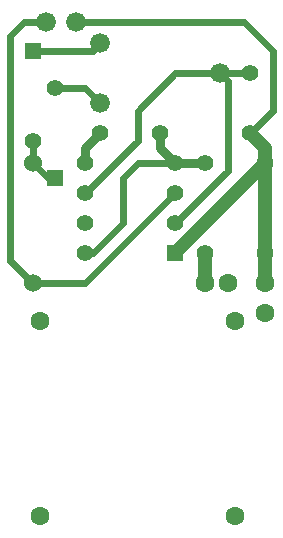
<source format=gbl>
G04 (created by PCBNEW (2013-07-07 BZR 4022)-stable) date 6.9.2017 23:13:13*
%MOIN*%
G04 Gerber Fmt 3.4, Leading zero omitted, Abs format*
%FSLAX34Y34*%
G01*
G70*
G90*
G04 APERTURE LIST*
%ADD10C,0.00590551*%
%ADD11C,0.066*%
%ADD12R,0.055X0.055*%
%ADD13C,0.055*%
%ADD14C,0.06*%
%ADD15C,0.0629921*%
%ADD16C,0.0472441*%
%ADD17C,0.023622*%
%ADD18C,0.0314961*%
G04 APERTURE END LIST*
G54D10*
G54D11*
X1950Y-1800D03*
X2950Y-1800D03*
G54D12*
X6250Y-9500D03*
G54D13*
X6250Y-8500D03*
X6250Y-7500D03*
X6250Y-6500D03*
X3250Y-6500D03*
X3250Y-7500D03*
X3250Y-8500D03*
X3250Y-9500D03*
X9250Y-9500D03*
X7250Y-9500D03*
X9250Y-6500D03*
X7250Y-6500D03*
G54D11*
X7750Y-3500D03*
X3750Y-2500D03*
X3750Y-4500D03*
G54D14*
X1500Y-6500D03*
X1500Y-10500D03*
G54D12*
X2250Y-7000D03*
G54D13*
X2250Y-4000D03*
G54D12*
X1500Y-2750D03*
G54D13*
X1500Y-5750D03*
X8750Y-3500D03*
X8750Y-5500D03*
X5750Y-5500D03*
X3750Y-5500D03*
G54D15*
X8000Y-10500D03*
X9250Y-11500D03*
X8250Y-18250D03*
X1750Y-18250D03*
X1750Y-11750D03*
X8250Y-11750D03*
X9250Y-10500D03*
X7250Y-10500D03*
G54D16*
X6250Y-9500D02*
X9250Y-6500D01*
G54D17*
X2950Y-1800D02*
X8550Y-1800D01*
X9500Y-4750D02*
X8750Y-5500D01*
X9500Y-2750D02*
X9500Y-4750D01*
X8550Y-1800D02*
X9500Y-2750D01*
G54D16*
X9250Y-6000D02*
X8750Y-5500D01*
G54D17*
X6250Y-8500D02*
X8000Y-6750D01*
X8000Y-3750D02*
X7750Y-3500D01*
X8000Y-6750D02*
X8000Y-3750D01*
X7750Y-3500D02*
X6250Y-3500D01*
X5000Y-5750D02*
X3250Y-7500D01*
X5000Y-4750D02*
X5000Y-5750D01*
X6250Y-3500D02*
X5000Y-4750D01*
X8750Y-3500D02*
X7750Y-3500D01*
X1500Y-10500D02*
X3250Y-10500D01*
X3250Y-10500D02*
X6250Y-7500D01*
X1950Y-1800D02*
X1200Y-1800D01*
X750Y-9750D02*
X1500Y-10500D01*
X750Y-2250D02*
X750Y-9750D01*
X1200Y-1800D02*
X750Y-2250D01*
G54D16*
X9250Y-9500D02*
X9250Y-10500D01*
X9250Y-6500D02*
X9250Y-6000D01*
X9250Y-9500D02*
X9250Y-6500D01*
G54D18*
X3250Y-6500D02*
X3250Y-6000D01*
X3250Y-6000D02*
X3750Y-5500D01*
G54D17*
X1500Y-5750D02*
X1500Y-6500D01*
X1500Y-6500D02*
X2000Y-7000D01*
X2000Y-7000D02*
X2250Y-7000D01*
X1500Y-2750D02*
X3500Y-2750D01*
X3500Y-2750D02*
X3750Y-2500D01*
X2250Y-4000D02*
X3250Y-4000D01*
X3250Y-4000D02*
X3750Y-4500D01*
G54D16*
X7250Y-9500D02*
X7250Y-10500D01*
G54D17*
X3250Y-9500D02*
X3500Y-9500D01*
X5000Y-6500D02*
X6250Y-6500D01*
X4500Y-7000D02*
X5000Y-6500D01*
X4500Y-8500D02*
X4500Y-7000D01*
X3500Y-9500D02*
X4500Y-8500D01*
G54D18*
X5750Y-5500D02*
X5750Y-6000D01*
X5750Y-6000D02*
X6250Y-6500D01*
X6250Y-6500D02*
X7250Y-6500D01*
M02*

</source>
